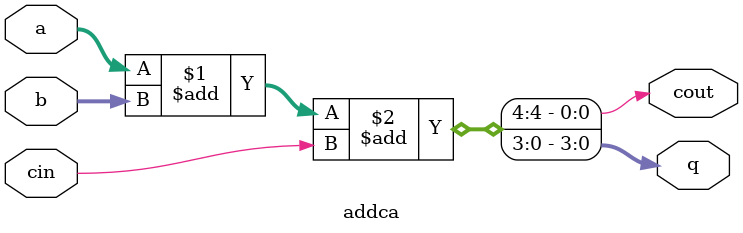
<source format=v>
module addca(a, b, cin, q, cout);
input [3:0] a, b;
input cin;
output [3:0] q;
output cout;

assign { cout, q } = a + b + cin;

endmodule

</source>
